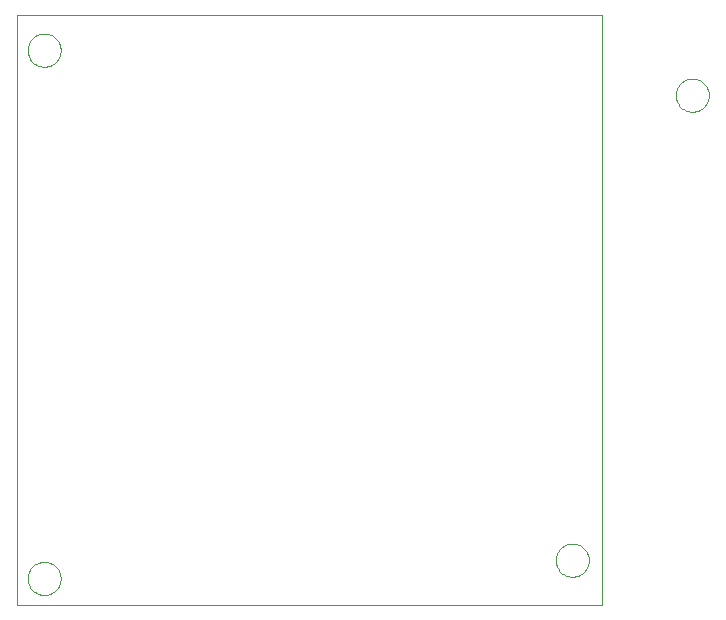
<source format=gbp>
G75*
G70*
%OFA0B0*%
%FSLAX24Y24*%
%IPPOS*%
%LPD*%
%AMOC8*
5,1,8,0,0,1.08239X$1,22.5*
%
%ADD10C,0.0000*%
D10*
X000100Y000377D02*
X000100Y020062D01*
X019592Y020062D01*
X019592Y000377D01*
X000100Y000377D01*
X000443Y001271D02*
X000445Y001318D01*
X000451Y001364D01*
X000461Y001410D01*
X000474Y001455D01*
X000492Y001498D01*
X000513Y001540D01*
X000537Y001580D01*
X000565Y001617D01*
X000596Y001652D01*
X000630Y001685D01*
X000666Y001714D01*
X000705Y001740D01*
X000746Y001763D01*
X000789Y001782D01*
X000833Y001798D01*
X000878Y001810D01*
X000924Y001818D01*
X000971Y001822D01*
X001017Y001822D01*
X001064Y001818D01*
X001110Y001810D01*
X001155Y001798D01*
X001199Y001782D01*
X001242Y001763D01*
X001283Y001740D01*
X001322Y001714D01*
X001358Y001685D01*
X001392Y001652D01*
X001423Y001617D01*
X001451Y001580D01*
X001475Y001540D01*
X001496Y001498D01*
X001514Y001455D01*
X001527Y001410D01*
X001537Y001364D01*
X001543Y001318D01*
X001545Y001271D01*
X001543Y001224D01*
X001537Y001178D01*
X001527Y001132D01*
X001514Y001087D01*
X001496Y001044D01*
X001475Y001002D01*
X001451Y000962D01*
X001423Y000925D01*
X001392Y000890D01*
X001358Y000857D01*
X001322Y000828D01*
X001283Y000802D01*
X001242Y000779D01*
X001199Y000760D01*
X001155Y000744D01*
X001110Y000732D01*
X001064Y000724D01*
X001017Y000720D01*
X000971Y000720D01*
X000924Y000724D01*
X000878Y000732D01*
X000833Y000744D01*
X000789Y000760D01*
X000746Y000779D01*
X000705Y000802D01*
X000666Y000828D01*
X000630Y000857D01*
X000596Y000890D01*
X000565Y000925D01*
X000537Y000962D01*
X000513Y001002D01*
X000492Y001044D01*
X000474Y001087D01*
X000461Y001132D01*
X000451Y001178D01*
X000445Y001224D01*
X000443Y001271D01*
X018049Y001877D02*
X018051Y001924D01*
X018057Y001970D01*
X018067Y002016D01*
X018080Y002061D01*
X018098Y002104D01*
X018119Y002146D01*
X018143Y002186D01*
X018171Y002223D01*
X018202Y002258D01*
X018236Y002291D01*
X018272Y002320D01*
X018311Y002346D01*
X018352Y002369D01*
X018395Y002388D01*
X018439Y002404D01*
X018484Y002416D01*
X018530Y002424D01*
X018577Y002428D01*
X018623Y002428D01*
X018670Y002424D01*
X018716Y002416D01*
X018761Y002404D01*
X018805Y002388D01*
X018848Y002369D01*
X018889Y002346D01*
X018928Y002320D01*
X018964Y002291D01*
X018998Y002258D01*
X019029Y002223D01*
X019057Y002186D01*
X019081Y002146D01*
X019102Y002104D01*
X019120Y002061D01*
X019133Y002016D01*
X019143Y001970D01*
X019149Y001924D01*
X019151Y001877D01*
X019149Y001830D01*
X019143Y001784D01*
X019133Y001738D01*
X019120Y001693D01*
X019102Y001650D01*
X019081Y001608D01*
X019057Y001568D01*
X019029Y001531D01*
X018998Y001496D01*
X018964Y001463D01*
X018928Y001434D01*
X018889Y001408D01*
X018848Y001385D01*
X018805Y001366D01*
X018761Y001350D01*
X018716Y001338D01*
X018670Y001330D01*
X018623Y001326D01*
X018577Y001326D01*
X018530Y001330D01*
X018484Y001338D01*
X018439Y001350D01*
X018395Y001366D01*
X018352Y001385D01*
X018311Y001408D01*
X018272Y001434D01*
X018236Y001463D01*
X018202Y001496D01*
X018171Y001531D01*
X018143Y001568D01*
X018119Y001608D01*
X018098Y001650D01*
X018080Y001693D01*
X018067Y001738D01*
X018057Y001784D01*
X018051Y001830D01*
X018049Y001877D01*
X022049Y017377D02*
X022051Y017424D01*
X022057Y017470D01*
X022067Y017516D01*
X022080Y017561D01*
X022098Y017604D01*
X022119Y017646D01*
X022143Y017686D01*
X022171Y017723D01*
X022202Y017758D01*
X022236Y017791D01*
X022272Y017820D01*
X022311Y017846D01*
X022352Y017869D01*
X022395Y017888D01*
X022439Y017904D01*
X022484Y017916D01*
X022530Y017924D01*
X022577Y017928D01*
X022623Y017928D01*
X022670Y017924D01*
X022716Y017916D01*
X022761Y017904D01*
X022805Y017888D01*
X022848Y017869D01*
X022889Y017846D01*
X022928Y017820D01*
X022964Y017791D01*
X022998Y017758D01*
X023029Y017723D01*
X023057Y017686D01*
X023081Y017646D01*
X023102Y017604D01*
X023120Y017561D01*
X023133Y017516D01*
X023143Y017470D01*
X023149Y017424D01*
X023151Y017377D01*
X023149Y017330D01*
X023143Y017284D01*
X023133Y017238D01*
X023120Y017193D01*
X023102Y017150D01*
X023081Y017108D01*
X023057Y017068D01*
X023029Y017031D01*
X022998Y016996D01*
X022964Y016963D01*
X022928Y016934D01*
X022889Y016908D01*
X022848Y016885D01*
X022805Y016866D01*
X022761Y016850D01*
X022716Y016838D01*
X022670Y016830D01*
X022623Y016826D01*
X022577Y016826D01*
X022530Y016830D01*
X022484Y016838D01*
X022439Y016850D01*
X022395Y016866D01*
X022352Y016885D01*
X022311Y016908D01*
X022272Y016934D01*
X022236Y016963D01*
X022202Y016996D01*
X022171Y017031D01*
X022143Y017068D01*
X022119Y017108D01*
X022098Y017150D01*
X022080Y017193D01*
X022067Y017238D01*
X022057Y017284D01*
X022051Y017330D01*
X022049Y017377D01*
X000443Y018877D02*
X000445Y018924D01*
X000451Y018970D01*
X000461Y019016D01*
X000474Y019061D01*
X000492Y019104D01*
X000513Y019146D01*
X000537Y019186D01*
X000565Y019223D01*
X000596Y019258D01*
X000630Y019291D01*
X000666Y019320D01*
X000705Y019346D01*
X000746Y019369D01*
X000789Y019388D01*
X000833Y019404D01*
X000878Y019416D01*
X000924Y019424D01*
X000971Y019428D01*
X001017Y019428D01*
X001064Y019424D01*
X001110Y019416D01*
X001155Y019404D01*
X001199Y019388D01*
X001242Y019369D01*
X001283Y019346D01*
X001322Y019320D01*
X001358Y019291D01*
X001392Y019258D01*
X001423Y019223D01*
X001451Y019186D01*
X001475Y019146D01*
X001496Y019104D01*
X001514Y019061D01*
X001527Y019016D01*
X001537Y018970D01*
X001543Y018924D01*
X001545Y018877D01*
X001543Y018830D01*
X001537Y018784D01*
X001527Y018738D01*
X001514Y018693D01*
X001496Y018650D01*
X001475Y018608D01*
X001451Y018568D01*
X001423Y018531D01*
X001392Y018496D01*
X001358Y018463D01*
X001322Y018434D01*
X001283Y018408D01*
X001242Y018385D01*
X001199Y018366D01*
X001155Y018350D01*
X001110Y018338D01*
X001064Y018330D01*
X001017Y018326D01*
X000971Y018326D01*
X000924Y018330D01*
X000878Y018338D01*
X000833Y018350D01*
X000789Y018366D01*
X000746Y018385D01*
X000705Y018408D01*
X000666Y018434D01*
X000630Y018463D01*
X000596Y018496D01*
X000565Y018531D01*
X000537Y018568D01*
X000513Y018608D01*
X000492Y018650D01*
X000474Y018693D01*
X000461Y018738D01*
X000451Y018784D01*
X000445Y018830D01*
X000443Y018877D01*
M02*

</source>
